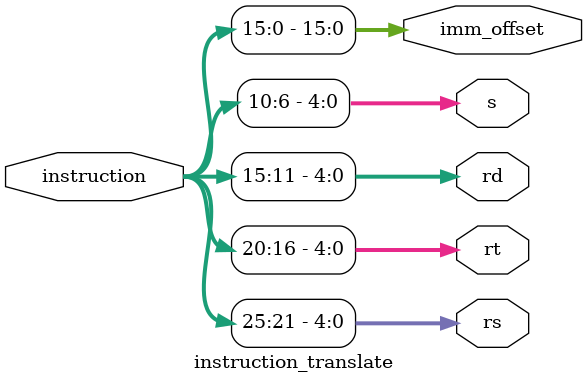
<source format=v>
`timescale 1ns / 1ps


module instruction_translate
#(parameter WIDTH = 32)
(
    input [WIDTH-1:0]instruction,
    output [4:0]rs,
    output [4:0]rt,
    output [4:0]rd,
    output [4:0]s,
    output [15:0]imm_offset
    );

    assign rs = instruction[25:21];
    assign rt = instruction[20:16];
    assign rd = instruction[15:11];
    assign s = instruction[10:6];
    assign imm_offset = instruction[15:0];
endmodule

</source>
